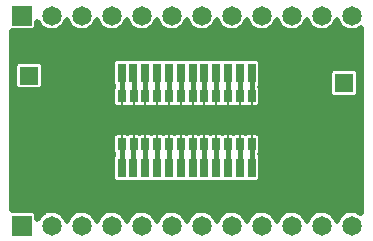
<source format=gbl>
G04 (created by PCBNEW-RS274X (2012-jan-04)-stable) date Sun 02 Sep 2012 01:17:06 AM CEST*
G01*
G70*
G90*
%MOIN*%
G04 Gerber Fmt 3.4, Leading zero omitted, Abs format*
%FSLAX34Y34*%
G04 APERTURE LIST*
%ADD10C,0.006000*%
%ADD11R,0.060000X0.060000*%
%ADD12R,0.065000X0.065000*%
%ADD13C,0.065000*%
%ADD14R,0.025600X0.063000*%
%ADD15R,0.025600X0.039400*%
%ADD16C,0.016000*%
%ADD17C,0.008000*%
%ADD18C,0.020000*%
G04 APERTURE END LIST*
G54D10*
G54D11*
X52250Y-36000D03*
X62750Y-36250D03*
X52250Y-39000D03*
X62750Y-38750D03*
G54D12*
X52000Y-34000D03*
G54D13*
X53000Y-34000D03*
X54000Y-34000D03*
X55000Y-34000D03*
X56000Y-34000D03*
X57000Y-34000D03*
X58000Y-34000D03*
X59000Y-34000D03*
X60000Y-34000D03*
X61000Y-34000D03*
X62000Y-34000D03*
X63000Y-34000D03*
G54D12*
X52000Y-41000D03*
G54D13*
X53000Y-41000D03*
X54000Y-41000D03*
X55000Y-41000D03*
X56000Y-41000D03*
X57000Y-41000D03*
X58000Y-41000D03*
X59000Y-41000D03*
X60000Y-41000D03*
X61000Y-41000D03*
X62000Y-41000D03*
X63000Y-41000D03*
G54D14*
X55335Y-39075D03*
X55728Y-39075D03*
X56122Y-39075D03*
X56516Y-39075D03*
X56909Y-39075D03*
X57303Y-39075D03*
X57697Y-39075D03*
X58091Y-39075D03*
X58484Y-39075D03*
X58878Y-39075D03*
X59272Y-39075D03*
X59665Y-39075D03*
X59665Y-35925D03*
X59272Y-35925D03*
X58878Y-35925D03*
X58484Y-35925D03*
X58091Y-35925D03*
X57697Y-35925D03*
X57303Y-35925D03*
X56909Y-35925D03*
X56516Y-35925D03*
X56122Y-35925D03*
X55728Y-35925D03*
X55335Y-35925D03*
G54D15*
X59666Y-36693D03*
X59666Y-37205D03*
X56516Y-38288D03*
X56516Y-37776D03*
X56910Y-38288D03*
X56910Y-37776D03*
X57304Y-38288D03*
X57304Y-37776D03*
X57697Y-38288D03*
X57697Y-37776D03*
X58091Y-38288D03*
X58091Y-37776D03*
X58485Y-38288D03*
X58485Y-37776D03*
X58878Y-38288D03*
X58878Y-37776D03*
X59272Y-38288D03*
X59272Y-37776D03*
X59666Y-38288D03*
X59666Y-37776D03*
X59272Y-36693D03*
X59272Y-37205D03*
X58878Y-36693D03*
X58878Y-37205D03*
X58485Y-36693D03*
X58485Y-37205D03*
X58091Y-36693D03*
X58091Y-37205D03*
X57697Y-36693D03*
X57697Y-37205D03*
X57304Y-36693D03*
X57304Y-37205D03*
X56910Y-36693D03*
X56910Y-37205D03*
X56516Y-36693D03*
X56516Y-37205D03*
X56122Y-36693D03*
X56122Y-37205D03*
X55729Y-36693D03*
X55729Y-37205D03*
X55335Y-36693D03*
X55335Y-37205D03*
X56122Y-38288D03*
X56122Y-37776D03*
X55729Y-38288D03*
X55729Y-37776D03*
X55335Y-38288D03*
X55335Y-37776D03*
G54D16*
X55335Y-39232D02*
X55335Y-38288D01*
X58878Y-39232D02*
X58878Y-38288D01*
X59272Y-39232D02*
X59272Y-38288D01*
X59665Y-38289D02*
X59666Y-38288D01*
X59665Y-39232D02*
X59665Y-38289D01*
X59665Y-35768D02*
X59665Y-36692D01*
X59665Y-36692D02*
X59666Y-36693D01*
G54D17*
X59666Y-37205D02*
X59666Y-36693D01*
X59272Y-37205D02*
X59272Y-36693D01*
G54D16*
X59272Y-36693D02*
X59272Y-35768D01*
G54D17*
X58878Y-37205D02*
X58878Y-36693D01*
G54D16*
X58878Y-36693D02*
X58878Y-35768D01*
X58485Y-35769D02*
X58484Y-35768D01*
X58485Y-36693D02*
X58485Y-35769D01*
G54D17*
X58485Y-37205D02*
X58485Y-36693D01*
G54D16*
X58091Y-36693D02*
X58091Y-35768D01*
G54D17*
X58091Y-37205D02*
X58091Y-36693D01*
G54D16*
X57697Y-36693D02*
X57697Y-35768D01*
G54D17*
X57697Y-37205D02*
X57697Y-36693D01*
X57304Y-37205D02*
X57304Y-36693D01*
G54D16*
X57304Y-36693D02*
X57304Y-35769D01*
X57304Y-35769D02*
X57303Y-35768D01*
X55728Y-39232D02*
X55728Y-38289D01*
X55728Y-38289D02*
X55729Y-38288D01*
G54D17*
X56910Y-37205D02*
X56910Y-36693D01*
G54D16*
X56910Y-36693D02*
X56910Y-35769D01*
X56910Y-35769D02*
X56909Y-35768D01*
X56516Y-36693D02*
X56516Y-35768D01*
X56122Y-36693D02*
X56122Y-35768D01*
G54D17*
X56122Y-37205D02*
X56122Y-36693D01*
G54D16*
X55729Y-36693D02*
X55729Y-35769D01*
X55729Y-35769D02*
X55728Y-35768D01*
X55335Y-35768D02*
X55335Y-36693D01*
G54D17*
X55335Y-37205D02*
X55335Y-36693D01*
G54D16*
X56122Y-39232D02*
X56122Y-38288D01*
X56516Y-39232D02*
X56516Y-38288D01*
X56909Y-39232D02*
X56909Y-38289D01*
X56909Y-38289D02*
X56910Y-38288D01*
X57303Y-38289D02*
X57304Y-38288D01*
X57303Y-39232D02*
X57303Y-38289D01*
X57697Y-39232D02*
X57697Y-38288D01*
X58091Y-39232D02*
X58091Y-38288D01*
X58484Y-38289D02*
X58485Y-38288D01*
X58484Y-39232D02*
X58484Y-38289D01*
G54D17*
X55729Y-36693D02*
X55729Y-37205D01*
X58091Y-38288D02*
X58091Y-37776D01*
X59666Y-38288D02*
X59666Y-37776D01*
X56122Y-38288D02*
X56122Y-37776D01*
X58485Y-38288D02*
X58485Y-37776D01*
X58878Y-38288D02*
X58878Y-37776D01*
X56516Y-36693D02*
X56516Y-37205D01*
X55729Y-38288D02*
X55729Y-37776D01*
X59272Y-38288D02*
X59272Y-37776D01*
X55335Y-38288D02*
X55335Y-37776D01*
X56516Y-38288D02*
X56516Y-37776D01*
X56910Y-38288D02*
X56910Y-37776D01*
X57697Y-38288D02*
X57697Y-37776D01*
X57304Y-38288D02*
X57304Y-37776D01*
G54D10*
G36*
X63325Y-40587D02*
X63251Y-40537D01*
X63249Y-40536D01*
X63249Y-36570D01*
X63249Y-36531D01*
X63249Y-35930D01*
X63241Y-35892D01*
X63226Y-35856D01*
X63205Y-35823D01*
X63177Y-35796D01*
X63145Y-35774D01*
X63109Y-35759D01*
X63070Y-35751D01*
X63031Y-35751D01*
X62430Y-35751D01*
X62392Y-35759D01*
X62356Y-35774D01*
X62323Y-35795D01*
X62296Y-35823D01*
X62274Y-35855D01*
X62259Y-35891D01*
X62251Y-35930D01*
X62251Y-35969D01*
X62251Y-36570D01*
X62259Y-36608D01*
X62274Y-36644D01*
X62295Y-36677D01*
X62323Y-36704D01*
X62355Y-36726D01*
X62391Y-36741D01*
X62430Y-36749D01*
X62469Y-36749D01*
X63070Y-36749D01*
X63108Y-36741D01*
X63144Y-36726D01*
X63177Y-36705D01*
X63204Y-36677D01*
X63226Y-36645D01*
X63241Y-36609D01*
X63249Y-36570D01*
X63249Y-40536D01*
X63156Y-40497D01*
X63055Y-40476D01*
X62953Y-40476D01*
X62852Y-40495D01*
X62756Y-40533D01*
X62670Y-40589D01*
X62597Y-40661D01*
X62539Y-40746D01*
X62499Y-40836D01*
X62465Y-40753D01*
X62408Y-40668D01*
X62336Y-40595D01*
X62251Y-40537D01*
X62156Y-40497D01*
X62055Y-40476D01*
X61953Y-40476D01*
X61852Y-40495D01*
X61756Y-40533D01*
X61670Y-40589D01*
X61597Y-40661D01*
X61539Y-40746D01*
X61499Y-40836D01*
X61465Y-40753D01*
X61408Y-40668D01*
X61336Y-40595D01*
X61251Y-40537D01*
X61156Y-40497D01*
X61055Y-40476D01*
X60953Y-40476D01*
X60852Y-40495D01*
X60756Y-40533D01*
X60670Y-40589D01*
X60597Y-40661D01*
X60539Y-40746D01*
X60499Y-40836D01*
X60465Y-40753D01*
X60408Y-40668D01*
X60336Y-40595D01*
X60251Y-40537D01*
X60156Y-40497D01*
X60055Y-40476D01*
X59993Y-40476D01*
X59993Y-38505D01*
X59993Y-38466D01*
X59993Y-38071D01*
X59993Y-36910D01*
X59993Y-36871D01*
X59993Y-36476D01*
X59985Y-36438D01*
X59970Y-36402D01*
X59949Y-36369D01*
X59947Y-36367D01*
X59969Y-36335D01*
X59984Y-36299D01*
X59992Y-36260D01*
X59992Y-36221D01*
X59992Y-35590D01*
X59984Y-35552D01*
X59969Y-35516D01*
X59948Y-35483D01*
X59920Y-35456D01*
X59888Y-35434D01*
X59852Y-35419D01*
X59813Y-35411D01*
X59774Y-35411D01*
X59517Y-35411D01*
X59479Y-35419D01*
X59469Y-35423D01*
X59459Y-35419D01*
X59420Y-35411D01*
X59381Y-35411D01*
X59124Y-35411D01*
X59086Y-35419D01*
X59075Y-35423D01*
X59065Y-35419D01*
X59026Y-35411D01*
X58987Y-35411D01*
X58730Y-35411D01*
X58692Y-35419D01*
X58681Y-35423D01*
X58671Y-35419D01*
X58632Y-35411D01*
X58593Y-35411D01*
X58336Y-35411D01*
X58298Y-35419D01*
X58288Y-35423D01*
X58278Y-35419D01*
X58239Y-35411D01*
X58200Y-35411D01*
X57943Y-35411D01*
X57905Y-35419D01*
X57894Y-35423D01*
X57884Y-35419D01*
X57845Y-35411D01*
X57806Y-35411D01*
X57549Y-35411D01*
X57511Y-35419D01*
X57500Y-35423D01*
X57490Y-35419D01*
X57451Y-35411D01*
X57412Y-35411D01*
X57155Y-35411D01*
X57117Y-35419D01*
X57106Y-35423D01*
X57096Y-35419D01*
X57057Y-35411D01*
X57018Y-35411D01*
X56761Y-35411D01*
X56723Y-35419D01*
X56713Y-35423D01*
X56703Y-35419D01*
X56664Y-35411D01*
X56625Y-35411D01*
X56368Y-35411D01*
X56330Y-35419D01*
X56319Y-35423D01*
X56309Y-35419D01*
X56270Y-35411D01*
X56231Y-35411D01*
X55974Y-35411D01*
X55936Y-35419D01*
X55925Y-35423D01*
X55915Y-35419D01*
X55876Y-35411D01*
X55837Y-35411D01*
X55580Y-35411D01*
X55542Y-35419D01*
X55532Y-35423D01*
X55522Y-35419D01*
X55483Y-35411D01*
X55444Y-35411D01*
X55187Y-35411D01*
X55149Y-35419D01*
X55113Y-35434D01*
X55080Y-35455D01*
X55053Y-35483D01*
X55031Y-35515D01*
X55016Y-35551D01*
X55008Y-35590D01*
X55008Y-35629D01*
X55008Y-36260D01*
X55016Y-36298D01*
X55031Y-36334D01*
X55052Y-36367D01*
X55053Y-36368D01*
X55053Y-36369D01*
X55031Y-36401D01*
X55016Y-36437D01*
X55008Y-36476D01*
X55008Y-36515D01*
X55008Y-36910D01*
X55016Y-36948D01*
X55031Y-36984D01*
X55052Y-37017D01*
X55080Y-37044D01*
X55112Y-37066D01*
X55148Y-37081D01*
X55187Y-37089D01*
X55226Y-37089D01*
X55483Y-37089D01*
X55521Y-37081D01*
X55531Y-37076D01*
X55542Y-37081D01*
X55581Y-37089D01*
X55620Y-37089D01*
X55877Y-37089D01*
X55915Y-37081D01*
X55925Y-37076D01*
X55935Y-37081D01*
X55974Y-37089D01*
X56013Y-37089D01*
X56270Y-37089D01*
X56308Y-37081D01*
X56318Y-37076D01*
X56329Y-37081D01*
X56368Y-37089D01*
X56407Y-37089D01*
X56664Y-37089D01*
X56702Y-37081D01*
X56712Y-37076D01*
X56723Y-37081D01*
X56762Y-37089D01*
X56801Y-37089D01*
X57058Y-37089D01*
X57096Y-37081D01*
X57106Y-37076D01*
X57117Y-37081D01*
X57156Y-37089D01*
X57195Y-37089D01*
X57452Y-37089D01*
X57490Y-37081D01*
X57500Y-37076D01*
X57510Y-37081D01*
X57549Y-37089D01*
X57588Y-37089D01*
X57845Y-37089D01*
X57883Y-37081D01*
X57893Y-37076D01*
X57904Y-37081D01*
X57943Y-37089D01*
X57982Y-37089D01*
X58239Y-37089D01*
X58277Y-37081D01*
X58287Y-37076D01*
X58298Y-37081D01*
X58337Y-37089D01*
X58376Y-37089D01*
X58633Y-37089D01*
X58671Y-37081D01*
X58681Y-37076D01*
X58691Y-37081D01*
X58730Y-37089D01*
X58769Y-37089D01*
X59026Y-37089D01*
X59064Y-37081D01*
X59074Y-37076D01*
X59085Y-37081D01*
X59124Y-37089D01*
X59163Y-37089D01*
X59420Y-37089D01*
X59458Y-37081D01*
X59468Y-37076D01*
X59479Y-37081D01*
X59518Y-37089D01*
X59557Y-37089D01*
X59814Y-37089D01*
X59852Y-37081D01*
X59888Y-37066D01*
X59921Y-37045D01*
X59948Y-37017D01*
X59970Y-36985D01*
X59985Y-36949D01*
X59993Y-36910D01*
X59993Y-38071D01*
X59985Y-38033D01*
X59970Y-37997D01*
X59949Y-37964D01*
X59921Y-37937D01*
X59889Y-37915D01*
X59853Y-37900D01*
X59814Y-37892D01*
X59775Y-37892D01*
X59518Y-37892D01*
X59480Y-37900D01*
X59469Y-37904D01*
X59459Y-37900D01*
X59420Y-37892D01*
X59381Y-37892D01*
X59124Y-37892D01*
X59086Y-37900D01*
X59075Y-37904D01*
X59065Y-37900D01*
X59026Y-37892D01*
X58987Y-37892D01*
X58730Y-37892D01*
X58692Y-37900D01*
X58682Y-37904D01*
X58672Y-37900D01*
X58633Y-37892D01*
X58594Y-37892D01*
X58337Y-37892D01*
X58299Y-37900D01*
X58288Y-37904D01*
X58278Y-37900D01*
X58239Y-37892D01*
X58200Y-37892D01*
X57943Y-37892D01*
X57905Y-37900D01*
X57894Y-37904D01*
X57884Y-37900D01*
X57845Y-37892D01*
X57806Y-37892D01*
X57549Y-37892D01*
X57511Y-37900D01*
X57501Y-37904D01*
X57491Y-37900D01*
X57452Y-37892D01*
X57413Y-37892D01*
X57156Y-37892D01*
X57118Y-37900D01*
X57107Y-37904D01*
X57097Y-37900D01*
X57058Y-37892D01*
X57019Y-37892D01*
X56762Y-37892D01*
X56724Y-37900D01*
X56713Y-37904D01*
X56703Y-37900D01*
X56664Y-37892D01*
X56625Y-37892D01*
X56368Y-37892D01*
X56330Y-37900D01*
X56319Y-37904D01*
X56309Y-37900D01*
X56270Y-37892D01*
X56231Y-37892D01*
X55974Y-37892D01*
X55936Y-37900D01*
X55926Y-37904D01*
X55916Y-37900D01*
X55877Y-37892D01*
X55838Y-37892D01*
X55581Y-37892D01*
X55543Y-37900D01*
X55532Y-37904D01*
X55522Y-37900D01*
X55483Y-37892D01*
X55444Y-37892D01*
X55187Y-37892D01*
X55149Y-37900D01*
X55113Y-37915D01*
X55080Y-37936D01*
X55053Y-37964D01*
X55031Y-37996D01*
X55016Y-38032D01*
X55008Y-38071D01*
X55008Y-38110D01*
X55008Y-38505D01*
X55016Y-38543D01*
X55031Y-38579D01*
X55052Y-38612D01*
X55055Y-38614D01*
X55055Y-38630D01*
X55053Y-38633D01*
X55031Y-38665D01*
X55016Y-38701D01*
X55008Y-38740D01*
X55008Y-38779D01*
X55008Y-39410D01*
X55016Y-39448D01*
X55031Y-39484D01*
X55052Y-39517D01*
X55080Y-39544D01*
X55112Y-39566D01*
X55148Y-39581D01*
X55187Y-39589D01*
X55226Y-39589D01*
X55483Y-39589D01*
X55521Y-39581D01*
X55531Y-39576D01*
X55541Y-39581D01*
X55580Y-39589D01*
X55619Y-39589D01*
X55876Y-39589D01*
X55914Y-39581D01*
X55924Y-39576D01*
X55935Y-39581D01*
X55974Y-39589D01*
X56013Y-39589D01*
X56270Y-39589D01*
X56308Y-39581D01*
X56318Y-39576D01*
X56329Y-39581D01*
X56368Y-39589D01*
X56407Y-39589D01*
X56664Y-39589D01*
X56702Y-39581D01*
X56712Y-39576D01*
X56722Y-39581D01*
X56761Y-39589D01*
X56800Y-39589D01*
X57057Y-39589D01*
X57095Y-39581D01*
X57105Y-39576D01*
X57116Y-39581D01*
X57155Y-39589D01*
X57194Y-39589D01*
X57451Y-39589D01*
X57489Y-39581D01*
X57499Y-39576D01*
X57510Y-39581D01*
X57549Y-39589D01*
X57588Y-39589D01*
X57845Y-39589D01*
X57883Y-39581D01*
X57893Y-39576D01*
X57904Y-39581D01*
X57943Y-39589D01*
X57982Y-39589D01*
X58239Y-39589D01*
X58277Y-39581D01*
X58287Y-39576D01*
X58297Y-39581D01*
X58336Y-39589D01*
X58375Y-39589D01*
X58632Y-39589D01*
X58670Y-39581D01*
X58680Y-39576D01*
X58691Y-39581D01*
X58730Y-39589D01*
X58769Y-39589D01*
X59026Y-39589D01*
X59064Y-39581D01*
X59074Y-39576D01*
X59085Y-39581D01*
X59124Y-39589D01*
X59163Y-39589D01*
X59420Y-39589D01*
X59458Y-39581D01*
X59468Y-39576D01*
X59478Y-39581D01*
X59517Y-39589D01*
X59556Y-39589D01*
X59813Y-39589D01*
X59851Y-39581D01*
X59887Y-39566D01*
X59920Y-39545D01*
X59947Y-39517D01*
X59969Y-39485D01*
X59984Y-39449D01*
X59992Y-39410D01*
X59992Y-39371D01*
X59992Y-38740D01*
X59984Y-38702D01*
X59969Y-38666D01*
X59948Y-38633D01*
X59945Y-38630D01*
X59945Y-38615D01*
X59948Y-38612D01*
X59970Y-38580D01*
X59985Y-38544D01*
X59993Y-38505D01*
X59993Y-40476D01*
X59953Y-40476D01*
X59852Y-40495D01*
X59756Y-40533D01*
X59670Y-40589D01*
X59597Y-40661D01*
X59539Y-40746D01*
X59499Y-40836D01*
X59465Y-40753D01*
X59408Y-40668D01*
X59336Y-40595D01*
X59251Y-40537D01*
X59156Y-40497D01*
X59055Y-40476D01*
X58953Y-40476D01*
X58852Y-40495D01*
X58756Y-40533D01*
X58670Y-40589D01*
X58597Y-40661D01*
X58539Y-40746D01*
X58499Y-40836D01*
X58465Y-40753D01*
X58408Y-40668D01*
X58336Y-40595D01*
X58251Y-40537D01*
X58156Y-40497D01*
X58055Y-40476D01*
X57953Y-40476D01*
X57852Y-40495D01*
X57756Y-40533D01*
X57670Y-40589D01*
X57597Y-40661D01*
X57539Y-40746D01*
X57499Y-40836D01*
X57465Y-40753D01*
X57408Y-40668D01*
X57336Y-40595D01*
X57251Y-40537D01*
X57156Y-40497D01*
X57055Y-40476D01*
X56953Y-40476D01*
X56852Y-40495D01*
X56756Y-40533D01*
X56670Y-40589D01*
X56597Y-40661D01*
X56539Y-40746D01*
X56499Y-40836D01*
X56465Y-40753D01*
X56408Y-40668D01*
X56336Y-40595D01*
X56251Y-40537D01*
X56156Y-40497D01*
X56055Y-40476D01*
X55953Y-40476D01*
X55852Y-40495D01*
X55756Y-40533D01*
X55670Y-40589D01*
X55597Y-40661D01*
X55539Y-40746D01*
X55499Y-40836D01*
X55465Y-40753D01*
X55408Y-40668D01*
X55336Y-40595D01*
X55251Y-40537D01*
X55156Y-40497D01*
X55055Y-40476D01*
X54953Y-40476D01*
X54852Y-40495D01*
X54756Y-40533D01*
X54670Y-40589D01*
X54597Y-40661D01*
X54539Y-40746D01*
X54499Y-40836D01*
X54465Y-40753D01*
X54408Y-40668D01*
X54336Y-40595D01*
X54251Y-40537D01*
X54156Y-40497D01*
X54055Y-40476D01*
X53953Y-40476D01*
X53852Y-40495D01*
X53756Y-40533D01*
X53670Y-40589D01*
X53597Y-40661D01*
X53539Y-40746D01*
X53499Y-40836D01*
X53465Y-40753D01*
X53408Y-40668D01*
X53336Y-40595D01*
X53251Y-40537D01*
X53156Y-40497D01*
X53055Y-40476D01*
X52953Y-40476D01*
X52852Y-40495D01*
X52756Y-40533D01*
X52749Y-40537D01*
X52749Y-36320D01*
X52749Y-36281D01*
X52749Y-35680D01*
X52741Y-35642D01*
X52726Y-35606D01*
X52705Y-35573D01*
X52677Y-35546D01*
X52645Y-35524D01*
X52609Y-35509D01*
X52570Y-35501D01*
X52531Y-35501D01*
X51930Y-35501D01*
X51892Y-35509D01*
X51856Y-35524D01*
X51823Y-35545D01*
X51796Y-35573D01*
X51774Y-35605D01*
X51759Y-35641D01*
X51751Y-35680D01*
X51751Y-35719D01*
X51751Y-36320D01*
X51759Y-36358D01*
X51774Y-36394D01*
X51795Y-36427D01*
X51823Y-36454D01*
X51855Y-36476D01*
X51891Y-36491D01*
X51930Y-36499D01*
X51969Y-36499D01*
X52570Y-36499D01*
X52608Y-36491D01*
X52644Y-36476D01*
X52677Y-36455D01*
X52704Y-36427D01*
X52726Y-36395D01*
X52741Y-36359D01*
X52749Y-36320D01*
X52749Y-40537D01*
X52670Y-40589D01*
X52597Y-40661D01*
X52539Y-40746D01*
X52524Y-40780D01*
X52524Y-40655D01*
X52516Y-40617D01*
X52501Y-40581D01*
X52480Y-40548D01*
X52452Y-40521D01*
X52420Y-40499D01*
X52384Y-40484D01*
X52345Y-40476D01*
X52306Y-40476D01*
X51675Y-40476D01*
X51675Y-34524D01*
X51694Y-34524D01*
X52345Y-34524D01*
X52383Y-34516D01*
X52419Y-34501D01*
X52452Y-34480D01*
X52479Y-34452D01*
X52501Y-34420D01*
X52516Y-34384D01*
X52524Y-34345D01*
X52524Y-34306D01*
X52524Y-34220D01*
X52532Y-34240D01*
X52587Y-34327D01*
X52658Y-34401D01*
X52743Y-34459D01*
X52837Y-34501D01*
X52937Y-34523D01*
X53040Y-34525D01*
X53141Y-34507D01*
X53237Y-34470D01*
X53324Y-34415D01*
X53398Y-34344D01*
X53458Y-34260D01*
X53499Y-34167D01*
X53500Y-34160D01*
X53532Y-34240D01*
X53587Y-34327D01*
X53658Y-34401D01*
X53743Y-34459D01*
X53837Y-34501D01*
X53937Y-34523D01*
X54040Y-34525D01*
X54141Y-34507D01*
X54237Y-34470D01*
X54324Y-34415D01*
X54398Y-34344D01*
X54458Y-34260D01*
X54499Y-34167D01*
X54500Y-34160D01*
X54532Y-34240D01*
X54587Y-34327D01*
X54658Y-34401D01*
X54743Y-34459D01*
X54837Y-34501D01*
X54937Y-34523D01*
X55040Y-34525D01*
X55141Y-34507D01*
X55237Y-34470D01*
X55324Y-34415D01*
X55398Y-34344D01*
X55458Y-34260D01*
X55499Y-34167D01*
X55500Y-34160D01*
X55532Y-34240D01*
X55587Y-34327D01*
X55658Y-34401D01*
X55743Y-34459D01*
X55837Y-34501D01*
X55937Y-34523D01*
X56040Y-34525D01*
X56141Y-34507D01*
X56237Y-34470D01*
X56324Y-34415D01*
X56398Y-34344D01*
X56458Y-34260D01*
X56499Y-34167D01*
X56500Y-34160D01*
X56532Y-34240D01*
X56587Y-34327D01*
X56658Y-34401D01*
X56743Y-34459D01*
X56837Y-34501D01*
X56937Y-34523D01*
X57040Y-34525D01*
X57141Y-34507D01*
X57237Y-34470D01*
X57324Y-34415D01*
X57398Y-34344D01*
X57458Y-34260D01*
X57499Y-34167D01*
X57500Y-34160D01*
X57532Y-34240D01*
X57587Y-34327D01*
X57658Y-34401D01*
X57743Y-34459D01*
X57837Y-34501D01*
X57937Y-34523D01*
X58040Y-34525D01*
X58141Y-34507D01*
X58237Y-34470D01*
X58324Y-34415D01*
X58398Y-34344D01*
X58458Y-34260D01*
X58499Y-34167D01*
X58500Y-34160D01*
X58532Y-34240D01*
X58587Y-34327D01*
X58658Y-34401D01*
X58743Y-34459D01*
X58837Y-34501D01*
X58937Y-34523D01*
X59040Y-34525D01*
X59141Y-34507D01*
X59237Y-34470D01*
X59324Y-34415D01*
X59398Y-34344D01*
X59458Y-34260D01*
X59499Y-34167D01*
X59500Y-34160D01*
X59532Y-34240D01*
X59587Y-34327D01*
X59658Y-34401D01*
X59743Y-34459D01*
X59837Y-34501D01*
X59937Y-34523D01*
X60040Y-34525D01*
X60141Y-34507D01*
X60237Y-34470D01*
X60324Y-34415D01*
X60398Y-34344D01*
X60458Y-34260D01*
X60499Y-34167D01*
X60500Y-34160D01*
X60532Y-34240D01*
X60587Y-34327D01*
X60658Y-34401D01*
X60743Y-34459D01*
X60837Y-34501D01*
X60937Y-34523D01*
X61040Y-34525D01*
X61141Y-34507D01*
X61237Y-34470D01*
X61324Y-34415D01*
X61398Y-34344D01*
X61458Y-34260D01*
X61499Y-34167D01*
X61500Y-34160D01*
X61532Y-34240D01*
X61587Y-34327D01*
X61658Y-34401D01*
X61743Y-34459D01*
X61837Y-34501D01*
X61937Y-34523D01*
X62040Y-34525D01*
X62141Y-34507D01*
X62237Y-34470D01*
X62324Y-34415D01*
X62398Y-34344D01*
X62458Y-34260D01*
X62499Y-34167D01*
X62500Y-34160D01*
X62532Y-34240D01*
X62587Y-34327D01*
X62658Y-34401D01*
X62743Y-34459D01*
X62837Y-34501D01*
X62937Y-34523D01*
X63040Y-34525D01*
X63141Y-34507D01*
X63237Y-34470D01*
X63324Y-34415D01*
X63325Y-34414D01*
X63325Y-40587D01*
X63325Y-40587D01*
G37*
G54D18*
X63325Y-40587D02*
X63251Y-40537D01*
X63249Y-40536D01*
X63249Y-36570D01*
X63249Y-36531D01*
X63249Y-35930D01*
X63241Y-35892D01*
X63226Y-35856D01*
X63205Y-35823D01*
X63177Y-35796D01*
X63145Y-35774D01*
X63109Y-35759D01*
X63070Y-35751D01*
X63031Y-35751D01*
X62430Y-35751D01*
X62392Y-35759D01*
X62356Y-35774D01*
X62323Y-35795D01*
X62296Y-35823D01*
X62274Y-35855D01*
X62259Y-35891D01*
X62251Y-35930D01*
X62251Y-35969D01*
X62251Y-36570D01*
X62259Y-36608D01*
X62274Y-36644D01*
X62295Y-36677D01*
X62323Y-36704D01*
X62355Y-36726D01*
X62391Y-36741D01*
X62430Y-36749D01*
X62469Y-36749D01*
X63070Y-36749D01*
X63108Y-36741D01*
X63144Y-36726D01*
X63177Y-36705D01*
X63204Y-36677D01*
X63226Y-36645D01*
X63241Y-36609D01*
X63249Y-36570D01*
X63249Y-40536D01*
X63156Y-40497D01*
X63055Y-40476D01*
X62953Y-40476D01*
X62852Y-40495D01*
X62756Y-40533D01*
X62670Y-40589D01*
X62597Y-40661D01*
X62539Y-40746D01*
X62499Y-40836D01*
X62465Y-40753D01*
X62408Y-40668D01*
X62336Y-40595D01*
X62251Y-40537D01*
X62156Y-40497D01*
X62055Y-40476D01*
X61953Y-40476D01*
X61852Y-40495D01*
X61756Y-40533D01*
X61670Y-40589D01*
X61597Y-40661D01*
X61539Y-40746D01*
X61499Y-40836D01*
X61465Y-40753D01*
X61408Y-40668D01*
X61336Y-40595D01*
X61251Y-40537D01*
X61156Y-40497D01*
X61055Y-40476D01*
X60953Y-40476D01*
X60852Y-40495D01*
X60756Y-40533D01*
X60670Y-40589D01*
X60597Y-40661D01*
X60539Y-40746D01*
X60499Y-40836D01*
X60465Y-40753D01*
X60408Y-40668D01*
X60336Y-40595D01*
X60251Y-40537D01*
X60156Y-40497D01*
X60055Y-40476D01*
X59993Y-40476D01*
X59993Y-38505D01*
X59993Y-38466D01*
X59993Y-38071D01*
X59993Y-36910D01*
X59993Y-36871D01*
X59993Y-36476D01*
X59985Y-36438D01*
X59970Y-36402D01*
X59949Y-36369D01*
X59947Y-36367D01*
X59969Y-36335D01*
X59984Y-36299D01*
X59992Y-36260D01*
X59992Y-36221D01*
X59992Y-35590D01*
X59984Y-35552D01*
X59969Y-35516D01*
X59948Y-35483D01*
X59920Y-35456D01*
X59888Y-35434D01*
X59852Y-35419D01*
X59813Y-35411D01*
X59774Y-35411D01*
X59517Y-35411D01*
X59479Y-35419D01*
X59469Y-35423D01*
X59459Y-35419D01*
X59420Y-35411D01*
X59381Y-35411D01*
X59124Y-35411D01*
X59086Y-35419D01*
X59075Y-35423D01*
X59065Y-35419D01*
X59026Y-35411D01*
X58987Y-35411D01*
X58730Y-35411D01*
X58692Y-35419D01*
X58681Y-35423D01*
X58671Y-35419D01*
X58632Y-35411D01*
X58593Y-35411D01*
X58336Y-35411D01*
X58298Y-35419D01*
X58288Y-35423D01*
X58278Y-35419D01*
X58239Y-35411D01*
X58200Y-35411D01*
X57943Y-35411D01*
X57905Y-35419D01*
X57894Y-35423D01*
X57884Y-35419D01*
X57845Y-35411D01*
X57806Y-35411D01*
X57549Y-35411D01*
X57511Y-35419D01*
X57500Y-35423D01*
X57490Y-35419D01*
X57451Y-35411D01*
X57412Y-35411D01*
X57155Y-35411D01*
X57117Y-35419D01*
X57106Y-35423D01*
X57096Y-35419D01*
X57057Y-35411D01*
X57018Y-35411D01*
X56761Y-35411D01*
X56723Y-35419D01*
X56713Y-35423D01*
X56703Y-35419D01*
X56664Y-35411D01*
X56625Y-35411D01*
X56368Y-35411D01*
X56330Y-35419D01*
X56319Y-35423D01*
X56309Y-35419D01*
X56270Y-35411D01*
X56231Y-35411D01*
X55974Y-35411D01*
X55936Y-35419D01*
X55925Y-35423D01*
X55915Y-35419D01*
X55876Y-35411D01*
X55837Y-35411D01*
X55580Y-35411D01*
X55542Y-35419D01*
X55532Y-35423D01*
X55522Y-35419D01*
X55483Y-35411D01*
X55444Y-35411D01*
X55187Y-35411D01*
X55149Y-35419D01*
X55113Y-35434D01*
X55080Y-35455D01*
X55053Y-35483D01*
X55031Y-35515D01*
X55016Y-35551D01*
X55008Y-35590D01*
X55008Y-35629D01*
X55008Y-36260D01*
X55016Y-36298D01*
X55031Y-36334D01*
X55052Y-36367D01*
X55053Y-36368D01*
X55053Y-36369D01*
X55031Y-36401D01*
X55016Y-36437D01*
X55008Y-36476D01*
X55008Y-36515D01*
X55008Y-36910D01*
X55016Y-36948D01*
X55031Y-36984D01*
X55052Y-37017D01*
X55080Y-37044D01*
X55112Y-37066D01*
X55148Y-37081D01*
X55187Y-37089D01*
X55226Y-37089D01*
X55483Y-37089D01*
X55521Y-37081D01*
X55531Y-37076D01*
X55542Y-37081D01*
X55581Y-37089D01*
X55620Y-37089D01*
X55877Y-37089D01*
X55915Y-37081D01*
X55925Y-37076D01*
X55935Y-37081D01*
X55974Y-37089D01*
X56013Y-37089D01*
X56270Y-37089D01*
X56308Y-37081D01*
X56318Y-37076D01*
X56329Y-37081D01*
X56368Y-37089D01*
X56407Y-37089D01*
X56664Y-37089D01*
X56702Y-37081D01*
X56712Y-37076D01*
X56723Y-37081D01*
X56762Y-37089D01*
X56801Y-37089D01*
X57058Y-37089D01*
X57096Y-37081D01*
X57106Y-37076D01*
X57117Y-37081D01*
X57156Y-37089D01*
X57195Y-37089D01*
X57452Y-37089D01*
X57490Y-37081D01*
X57500Y-37076D01*
X57510Y-37081D01*
X57549Y-37089D01*
X57588Y-37089D01*
X57845Y-37089D01*
X57883Y-37081D01*
X57893Y-37076D01*
X57904Y-37081D01*
X57943Y-37089D01*
X57982Y-37089D01*
X58239Y-37089D01*
X58277Y-37081D01*
X58287Y-37076D01*
X58298Y-37081D01*
X58337Y-37089D01*
X58376Y-37089D01*
X58633Y-37089D01*
X58671Y-37081D01*
X58681Y-37076D01*
X58691Y-37081D01*
X58730Y-37089D01*
X58769Y-37089D01*
X59026Y-37089D01*
X59064Y-37081D01*
X59074Y-37076D01*
X59085Y-37081D01*
X59124Y-37089D01*
X59163Y-37089D01*
X59420Y-37089D01*
X59458Y-37081D01*
X59468Y-37076D01*
X59479Y-37081D01*
X59518Y-37089D01*
X59557Y-37089D01*
X59814Y-37089D01*
X59852Y-37081D01*
X59888Y-37066D01*
X59921Y-37045D01*
X59948Y-37017D01*
X59970Y-36985D01*
X59985Y-36949D01*
X59993Y-36910D01*
X59993Y-38071D01*
X59985Y-38033D01*
X59970Y-37997D01*
X59949Y-37964D01*
X59921Y-37937D01*
X59889Y-37915D01*
X59853Y-37900D01*
X59814Y-37892D01*
X59775Y-37892D01*
X59518Y-37892D01*
X59480Y-37900D01*
X59469Y-37904D01*
X59459Y-37900D01*
X59420Y-37892D01*
X59381Y-37892D01*
X59124Y-37892D01*
X59086Y-37900D01*
X59075Y-37904D01*
X59065Y-37900D01*
X59026Y-37892D01*
X58987Y-37892D01*
X58730Y-37892D01*
X58692Y-37900D01*
X58682Y-37904D01*
X58672Y-37900D01*
X58633Y-37892D01*
X58594Y-37892D01*
X58337Y-37892D01*
X58299Y-37900D01*
X58288Y-37904D01*
X58278Y-37900D01*
X58239Y-37892D01*
X58200Y-37892D01*
X57943Y-37892D01*
X57905Y-37900D01*
X57894Y-37904D01*
X57884Y-37900D01*
X57845Y-37892D01*
X57806Y-37892D01*
X57549Y-37892D01*
X57511Y-37900D01*
X57501Y-37904D01*
X57491Y-37900D01*
X57452Y-37892D01*
X57413Y-37892D01*
X57156Y-37892D01*
X57118Y-37900D01*
X57107Y-37904D01*
X57097Y-37900D01*
X57058Y-37892D01*
X57019Y-37892D01*
X56762Y-37892D01*
X56724Y-37900D01*
X56713Y-37904D01*
X56703Y-37900D01*
X56664Y-37892D01*
X56625Y-37892D01*
X56368Y-37892D01*
X56330Y-37900D01*
X56319Y-37904D01*
X56309Y-37900D01*
X56270Y-37892D01*
X56231Y-37892D01*
X55974Y-37892D01*
X55936Y-37900D01*
X55926Y-37904D01*
X55916Y-37900D01*
X55877Y-37892D01*
X55838Y-37892D01*
X55581Y-37892D01*
X55543Y-37900D01*
X55532Y-37904D01*
X55522Y-37900D01*
X55483Y-37892D01*
X55444Y-37892D01*
X55187Y-37892D01*
X55149Y-37900D01*
X55113Y-37915D01*
X55080Y-37936D01*
X55053Y-37964D01*
X55031Y-37996D01*
X55016Y-38032D01*
X55008Y-38071D01*
X55008Y-38110D01*
X55008Y-38505D01*
X55016Y-38543D01*
X55031Y-38579D01*
X55052Y-38612D01*
X55055Y-38614D01*
X55055Y-38630D01*
X55053Y-38633D01*
X55031Y-38665D01*
X55016Y-38701D01*
X55008Y-38740D01*
X55008Y-38779D01*
X55008Y-39410D01*
X55016Y-39448D01*
X55031Y-39484D01*
X55052Y-39517D01*
X55080Y-39544D01*
X55112Y-39566D01*
X55148Y-39581D01*
X55187Y-39589D01*
X55226Y-39589D01*
X55483Y-39589D01*
X55521Y-39581D01*
X55531Y-39576D01*
X55541Y-39581D01*
X55580Y-39589D01*
X55619Y-39589D01*
X55876Y-39589D01*
X55914Y-39581D01*
X55924Y-39576D01*
X55935Y-39581D01*
X55974Y-39589D01*
X56013Y-39589D01*
X56270Y-39589D01*
X56308Y-39581D01*
X56318Y-39576D01*
X56329Y-39581D01*
X56368Y-39589D01*
X56407Y-39589D01*
X56664Y-39589D01*
X56702Y-39581D01*
X56712Y-39576D01*
X56722Y-39581D01*
X56761Y-39589D01*
X56800Y-39589D01*
X57057Y-39589D01*
X57095Y-39581D01*
X57105Y-39576D01*
X57116Y-39581D01*
X57155Y-39589D01*
X57194Y-39589D01*
X57451Y-39589D01*
X57489Y-39581D01*
X57499Y-39576D01*
X57510Y-39581D01*
X57549Y-39589D01*
X57588Y-39589D01*
X57845Y-39589D01*
X57883Y-39581D01*
X57893Y-39576D01*
X57904Y-39581D01*
X57943Y-39589D01*
X57982Y-39589D01*
X58239Y-39589D01*
X58277Y-39581D01*
X58287Y-39576D01*
X58297Y-39581D01*
X58336Y-39589D01*
X58375Y-39589D01*
X58632Y-39589D01*
X58670Y-39581D01*
X58680Y-39576D01*
X58691Y-39581D01*
X58730Y-39589D01*
X58769Y-39589D01*
X59026Y-39589D01*
X59064Y-39581D01*
X59074Y-39576D01*
X59085Y-39581D01*
X59124Y-39589D01*
X59163Y-39589D01*
X59420Y-39589D01*
X59458Y-39581D01*
X59468Y-39576D01*
X59478Y-39581D01*
X59517Y-39589D01*
X59556Y-39589D01*
X59813Y-39589D01*
X59851Y-39581D01*
X59887Y-39566D01*
X59920Y-39545D01*
X59947Y-39517D01*
X59969Y-39485D01*
X59984Y-39449D01*
X59992Y-39410D01*
X59992Y-39371D01*
X59992Y-38740D01*
X59984Y-38702D01*
X59969Y-38666D01*
X59948Y-38633D01*
X59945Y-38630D01*
X59945Y-38615D01*
X59948Y-38612D01*
X59970Y-38580D01*
X59985Y-38544D01*
X59993Y-38505D01*
X59993Y-40476D01*
X59953Y-40476D01*
X59852Y-40495D01*
X59756Y-40533D01*
X59670Y-40589D01*
X59597Y-40661D01*
X59539Y-40746D01*
X59499Y-40836D01*
X59465Y-40753D01*
X59408Y-40668D01*
X59336Y-40595D01*
X59251Y-40537D01*
X59156Y-40497D01*
X59055Y-40476D01*
X58953Y-40476D01*
X58852Y-40495D01*
X58756Y-40533D01*
X58670Y-40589D01*
X58597Y-40661D01*
X58539Y-40746D01*
X58499Y-40836D01*
X58465Y-40753D01*
X58408Y-40668D01*
X58336Y-40595D01*
X58251Y-40537D01*
X58156Y-40497D01*
X58055Y-40476D01*
X57953Y-40476D01*
X57852Y-40495D01*
X57756Y-40533D01*
X57670Y-40589D01*
X57597Y-40661D01*
X57539Y-40746D01*
X57499Y-40836D01*
X57465Y-40753D01*
X57408Y-40668D01*
X57336Y-40595D01*
X57251Y-40537D01*
X57156Y-40497D01*
X57055Y-40476D01*
X56953Y-40476D01*
X56852Y-40495D01*
X56756Y-40533D01*
X56670Y-40589D01*
X56597Y-40661D01*
X56539Y-40746D01*
X56499Y-40836D01*
X56465Y-40753D01*
X56408Y-40668D01*
X56336Y-40595D01*
X56251Y-40537D01*
X56156Y-40497D01*
X56055Y-40476D01*
X55953Y-40476D01*
X55852Y-40495D01*
X55756Y-40533D01*
X55670Y-40589D01*
X55597Y-40661D01*
X55539Y-40746D01*
X55499Y-40836D01*
X55465Y-40753D01*
X55408Y-40668D01*
X55336Y-40595D01*
X55251Y-40537D01*
X55156Y-40497D01*
X55055Y-40476D01*
X54953Y-40476D01*
X54852Y-40495D01*
X54756Y-40533D01*
X54670Y-40589D01*
X54597Y-40661D01*
X54539Y-40746D01*
X54499Y-40836D01*
X54465Y-40753D01*
X54408Y-40668D01*
X54336Y-40595D01*
X54251Y-40537D01*
X54156Y-40497D01*
X54055Y-40476D01*
X53953Y-40476D01*
X53852Y-40495D01*
X53756Y-40533D01*
X53670Y-40589D01*
X53597Y-40661D01*
X53539Y-40746D01*
X53499Y-40836D01*
X53465Y-40753D01*
X53408Y-40668D01*
X53336Y-40595D01*
X53251Y-40537D01*
X53156Y-40497D01*
X53055Y-40476D01*
X52953Y-40476D01*
X52852Y-40495D01*
X52756Y-40533D01*
X52749Y-40537D01*
X52749Y-36320D01*
X52749Y-36281D01*
X52749Y-35680D01*
X52741Y-35642D01*
X52726Y-35606D01*
X52705Y-35573D01*
X52677Y-35546D01*
X52645Y-35524D01*
X52609Y-35509D01*
X52570Y-35501D01*
X52531Y-35501D01*
X51930Y-35501D01*
X51892Y-35509D01*
X51856Y-35524D01*
X51823Y-35545D01*
X51796Y-35573D01*
X51774Y-35605D01*
X51759Y-35641D01*
X51751Y-35680D01*
X51751Y-35719D01*
X51751Y-36320D01*
X51759Y-36358D01*
X51774Y-36394D01*
X51795Y-36427D01*
X51823Y-36454D01*
X51855Y-36476D01*
X51891Y-36491D01*
X51930Y-36499D01*
X51969Y-36499D01*
X52570Y-36499D01*
X52608Y-36491D01*
X52644Y-36476D01*
X52677Y-36455D01*
X52704Y-36427D01*
X52726Y-36395D01*
X52741Y-36359D01*
X52749Y-36320D01*
X52749Y-40537D01*
X52670Y-40589D01*
X52597Y-40661D01*
X52539Y-40746D01*
X52524Y-40780D01*
X52524Y-40655D01*
X52516Y-40617D01*
X52501Y-40581D01*
X52480Y-40548D01*
X52452Y-40521D01*
X52420Y-40499D01*
X52384Y-40484D01*
X52345Y-40476D01*
X52306Y-40476D01*
X51675Y-40476D01*
X51675Y-34524D01*
X51694Y-34524D01*
X52345Y-34524D01*
X52383Y-34516D01*
X52419Y-34501D01*
X52452Y-34480D01*
X52479Y-34452D01*
X52501Y-34420D01*
X52516Y-34384D01*
X52524Y-34345D01*
X52524Y-34306D01*
X52524Y-34220D01*
X52532Y-34240D01*
X52587Y-34327D01*
X52658Y-34401D01*
X52743Y-34459D01*
X52837Y-34501D01*
X52937Y-34523D01*
X53040Y-34525D01*
X53141Y-34507D01*
X53237Y-34470D01*
X53324Y-34415D01*
X53398Y-34344D01*
X53458Y-34260D01*
X53499Y-34167D01*
X53500Y-34160D01*
X53532Y-34240D01*
X53587Y-34327D01*
X53658Y-34401D01*
X53743Y-34459D01*
X53837Y-34501D01*
X53937Y-34523D01*
X54040Y-34525D01*
X54141Y-34507D01*
X54237Y-34470D01*
X54324Y-34415D01*
X54398Y-34344D01*
X54458Y-34260D01*
X54499Y-34167D01*
X54500Y-34160D01*
X54532Y-34240D01*
X54587Y-34327D01*
X54658Y-34401D01*
X54743Y-34459D01*
X54837Y-34501D01*
X54937Y-34523D01*
X55040Y-34525D01*
X55141Y-34507D01*
X55237Y-34470D01*
X55324Y-34415D01*
X55398Y-34344D01*
X55458Y-34260D01*
X55499Y-34167D01*
X55500Y-34160D01*
X55532Y-34240D01*
X55587Y-34327D01*
X55658Y-34401D01*
X55743Y-34459D01*
X55837Y-34501D01*
X55937Y-34523D01*
X56040Y-34525D01*
X56141Y-34507D01*
X56237Y-34470D01*
X56324Y-34415D01*
X56398Y-34344D01*
X56458Y-34260D01*
X56499Y-34167D01*
X56500Y-34160D01*
X56532Y-34240D01*
X56587Y-34327D01*
X56658Y-34401D01*
X56743Y-34459D01*
X56837Y-34501D01*
X56937Y-34523D01*
X57040Y-34525D01*
X57141Y-34507D01*
X57237Y-34470D01*
X57324Y-34415D01*
X57398Y-34344D01*
X57458Y-34260D01*
X57499Y-34167D01*
X57500Y-34160D01*
X57532Y-34240D01*
X57587Y-34327D01*
X57658Y-34401D01*
X57743Y-34459D01*
X57837Y-34501D01*
X57937Y-34523D01*
X58040Y-34525D01*
X58141Y-34507D01*
X58237Y-34470D01*
X58324Y-34415D01*
X58398Y-34344D01*
X58458Y-34260D01*
X58499Y-34167D01*
X58500Y-34160D01*
X58532Y-34240D01*
X58587Y-34327D01*
X58658Y-34401D01*
X58743Y-34459D01*
X58837Y-34501D01*
X58937Y-34523D01*
X59040Y-34525D01*
X59141Y-34507D01*
X59237Y-34470D01*
X59324Y-34415D01*
X59398Y-34344D01*
X59458Y-34260D01*
X59499Y-34167D01*
X59500Y-34160D01*
X59532Y-34240D01*
X59587Y-34327D01*
X59658Y-34401D01*
X59743Y-34459D01*
X59837Y-34501D01*
X59937Y-34523D01*
X60040Y-34525D01*
X60141Y-34507D01*
X60237Y-34470D01*
X60324Y-34415D01*
X60398Y-34344D01*
X60458Y-34260D01*
X60499Y-34167D01*
X60500Y-34160D01*
X60532Y-34240D01*
X60587Y-34327D01*
X60658Y-34401D01*
X60743Y-34459D01*
X60837Y-34501D01*
X60937Y-34523D01*
X61040Y-34525D01*
X61141Y-34507D01*
X61237Y-34470D01*
X61324Y-34415D01*
X61398Y-34344D01*
X61458Y-34260D01*
X61499Y-34167D01*
X61500Y-34160D01*
X61532Y-34240D01*
X61587Y-34327D01*
X61658Y-34401D01*
X61743Y-34459D01*
X61837Y-34501D01*
X61937Y-34523D01*
X62040Y-34525D01*
X62141Y-34507D01*
X62237Y-34470D01*
X62324Y-34415D01*
X62398Y-34344D01*
X62458Y-34260D01*
X62499Y-34167D01*
X62500Y-34160D01*
X62532Y-34240D01*
X62587Y-34327D01*
X62658Y-34401D01*
X62743Y-34459D01*
X62837Y-34501D01*
X62937Y-34523D01*
X63040Y-34525D01*
X63141Y-34507D01*
X63237Y-34470D01*
X63324Y-34415D01*
X63325Y-34414D01*
X63325Y-40587D01*
M02*

</source>
